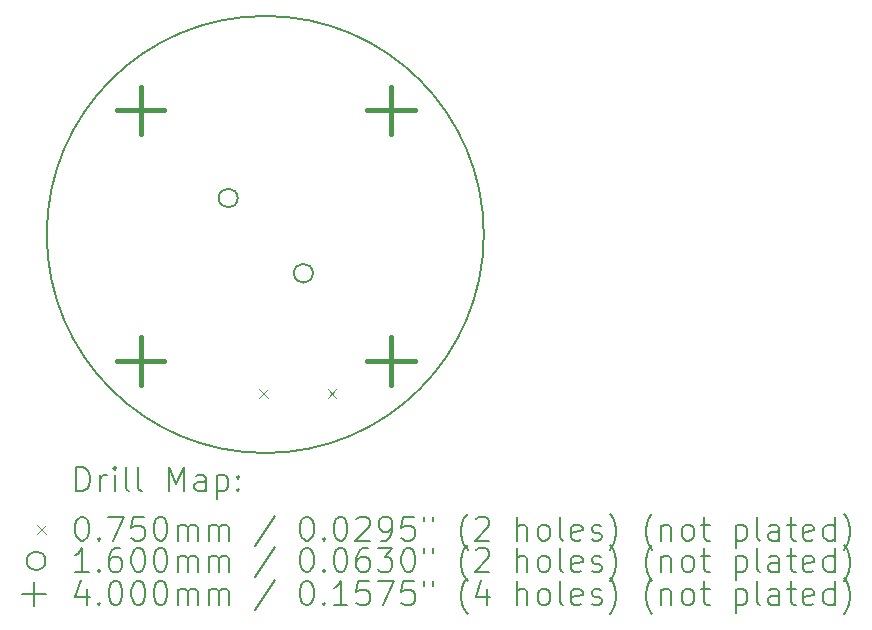
<source format=gbr>
%TF.GenerationSoftware,KiCad,Pcbnew,8.0.0*%
%TF.CreationDate,2024-03-22T20:52:55+01:00*%
%TF.ProjectId,rotatror,726f7461-7472-46f7-922e-6b696361645f,rev?*%
%TF.SameCoordinates,Original*%
%TF.FileFunction,Drillmap*%
%TF.FilePolarity,Positive*%
%FSLAX45Y45*%
G04 Gerber Fmt 4.5, Leading zero omitted, Abs format (unit mm)*
G04 Created by KiCad (PCBNEW 8.0.0) date 2024-03-22 20:52:55*
%MOMM*%
%LPD*%
G01*
G04 APERTURE LIST*
%ADD10C,0.200000*%
%ADD11C,0.100000*%
%ADD12C,0.160000*%
%ADD13C,0.400000*%
G04 APERTURE END LIST*
D10*
X13250000Y-7970000D02*
G75*
G02*
X9550000Y-7970000I-1850000J0D01*
G01*
X9550000Y-7970000D02*
G75*
G02*
X13250000Y-7970000I1850000J0D01*
G01*
D11*
X11347500Y-9277050D02*
X11422500Y-9352050D01*
X11422500Y-9277050D02*
X11347500Y-9352050D01*
X11927500Y-9277050D02*
X12002500Y-9352050D01*
X12002500Y-9277050D02*
X11927500Y-9352050D01*
D12*
X11166583Y-7661583D02*
G75*
G02*
X11006583Y-7661583I-80000J0D01*
G01*
X11006583Y-7661583D02*
G75*
G02*
X11166583Y-7661583I80000J0D01*
G01*
X11802979Y-8297979D02*
G75*
G02*
X11642979Y-8297979I-80000J0D01*
G01*
X11642979Y-8297979D02*
G75*
G02*
X11802979Y-8297979I80000J0D01*
G01*
D13*
X10344121Y-6719121D02*
X10344121Y-7119121D01*
X10144121Y-6919121D02*
X10544121Y-6919121D01*
X10344121Y-8840441D02*
X10344121Y-9240441D01*
X10144121Y-9040441D02*
X10544121Y-9040441D01*
X12465441Y-6719121D02*
X12465441Y-7119121D01*
X12265441Y-6919121D02*
X12665441Y-6919121D01*
X12465441Y-8840441D02*
X12465441Y-9240441D01*
X12265441Y-9040441D02*
X12665441Y-9040441D01*
D10*
X9800777Y-10141484D02*
X9800777Y-9941484D01*
X9800777Y-9941484D02*
X9848396Y-9941484D01*
X9848396Y-9941484D02*
X9876967Y-9951008D01*
X9876967Y-9951008D02*
X9896015Y-9970055D01*
X9896015Y-9970055D02*
X9905539Y-9989103D01*
X9905539Y-9989103D02*
X9915063Y-10027198D01*
X9915063Y-10027198D02*
X9915063Y-10055770D01*
X9915063Y-10055770D02*
X9905539Y-10093865D01*
X9905539Y-10093865D02*
X9896015Y-10112912D01*
X9896015Y-10112912D02*
X9876967Y-10131960D01*
X9876967Y-10131960D02*
X9848396Y-10141484D01*
X9848396Y-10141484D02*
X9800777Y-10141484D01*
X10000777Y-10141484D02*
X10000777Y-10008150D01*
X10000777Y-10046246D02*
X10010301Y-10027198D01*
X10010301Y-10027198D02*
X10019824Y-10017674D01*
X10019824Y-10017674D02*
X10038872Y-10008150D01*
X10038872Y-10008150D02*
X10057920Y-10008150D01*
X10124586Y-10141484D02*
X10124586Y-10008150D01*
X10124586Y-9941484D02*
X10115063Y-9951008D01*
X10115063Y-9951008D02*
X10124586Y-9960531D01*
X10124586Y-9960531D02*
X10134110Y-9951008D01*
X10134110Y-9951008D02*
X10124586Y-9941484D01*
X10124586Y-9941484D02*
X10124586Y-9960531D01*
X10248396Y-10141484D02*
X10229348Y-10131960D01*
X10229348Y-10131960D02*
X10219824Y-10112912D01*
X10219824Y-10112912D02*
X10219824Y-9941484D01*
X10353158Y-10141484D02*
X10334110Y-10131960D01*
X10334110Y-10131960D02*
X10324586Y-10112912D01*
X10324586Y-10112912D02*
X10324586Y-9941484D01*
X10581729Y-10141484D02*
X10581729Y-9941484D01*
X10581729Y-9941484D02*
X10648396Y-10084341D01*
X10648396Y-10084341D02*
X10715063Y-9941484D01*
X10715063Y-9941484D02*
X10715063Y-10141484D01*
X10896015Y-10141484D02*
X10896015Y-10036722D01*
X10896015Y-10036722D02*
X10886491Y-10017674D01*
X10886491Y-10017674D02*
X10867444Y-10008150D01*
X10867444Y-10008150D02*
X10829348Y-10008150D01*
X10829348Y-10008150D02*
X10810301Y-10017674D01*
X10896015Y-10131960D02*
X10876967Y-10141484D01*
X10876967Y-10141484D02*
X10829348Y-10141484D01*
X10829348Y-10141484D02*
X10810301Y-10131960D01*
X10810301Y-10131960D02*
X10800777Y-10112912D01*
X10800777Y-10112912D02*
X10800777Y-10093865D01*
X10800777Y-10093865D02*
X10810301Y-10074817D01*
X10810301Y-10074817D02*
X10829348Y-10065293D01*
X10829348Y-10065293D02*
X10876967Y-10065293D01*
X10876967Y-10065293D02*
X10896015Y-10055770D01*
X10991253Y-10008150D02*
X10991253Y-10208150D01*
X10991253Y-10017674D02*
X11010301Y-10008150D01*
X11010301Y-10008150D02*
X11048396Y-10008150D01*
X11048396Y-10008150D02*
X11067444Y-10017674D01*
X11067444Y-10017674D02*
X11076967Y-10027198D01*
X11076967Y-10027198D02*
X11086491Y-10046246D01*
X11086491Y-10046246D02*
X11086491Y-10103389D01*
X11086491Y-10103389D02*
X11076967Y-10122436D01*
X11076967Y-10122436D02*
X11067444Y-10131960D01*
X11067444Y-10131960D02*
X11048396Y-10141484D01*
X11048396Y-10141484D02*
X11010301Y-10141484D01*
X11010301Y-10141484D02*
X10991253Y-10131960D01*
X11172205Y-10122436D02*
X11181729Y-10131960D01*
X11181729Y-10131960D02*
X11172205Y-10141484D01*
X11172205Y-10141484D02*
X11162682Y-10131960D01*
X11162682Y-10131960D02*
X11172205Y-10122436D01*
X11172205Y-10122436D02*
X11172205Y-10141484D01*
X11172205Y-10017674D02*
X11181729Y-10027198D01*
X11181729Y-10027198D02*
X11172205Y-10036722D01*
X11172205Y-10036722D02*
X11162682Y-10027198D01*
X11162682Y-10027198D02*
X11172205Y-10017674D01*
X11172205Y-10017674D02*
X11172205Y-10036722D01*
D11*
X9465000Y-10432500D02*
X9540000Y-10507500D01*
X9540000Y-10432500D02*
X9465000Y-10507500D01*
D10*
X9838872Y-10361484D02*
X9857920Y-10361484D01*
X9857920Y-10361484D02*
X9876967Y-10371008D01*
X9876967Y-10371008D02*
X9886491Y-10380531D01*
X9886491Y-10380531D02*
X9896015Y-10399579D01*
X9896015Y-10399579D02*
X9905539Y-10437674D01*
X9905539Y-10437674D02*
X9905539Y-10485293D01*
X9905539Y-10485293D02*
X9896015Y-10523389D01*
X9896015Y-10523389D02*
X9886491Y-10542436D01*
X9886491Y-10542436D02*
X9876967Y-10551960D01*
X9876967Y-10551960D02*
X9857920Y-10561484D01*
X9857920Y-10561484D02*
X9838872Y-10561484D01*
X9838872Y-10561484D02*
X9819824Y-10551960D01*
X9819824Y-10551960D02*
X9810301Y-10542436D01*
X9810301Y-10542436D02*
X9800777Y-10523389D01*
X9800777Y-10523389D02*
X9791253Y-10485293D01*
X9791253Y-10485293D02*
X9791253Y-10437674D01*
X9791253Y-10437674D02*
X9800777Y-10399579D01*
X9800777Y-10399579D02*
X9810301Y-10380531D01*
X9810301Y-10380531D02*
X9819824Y-10371008D01*
X9819824Y-10371008D02*
X9838872Y-10361484D01*
X9991253Y-10542436D02*
X10000777Y-10551960D01*
X10000777Y-10551960D02*
X9991253Y-10561484D01*
X9991253Y-10561484D02*
X9981729Y-10551960D01*
X9981729Y-10551960D02*
X9991253Y-10542436D01*
X9991253Y-10542436D02*
X9991253Y-10561484D01*
X10067444Y-10361484D02*
X10200777Y-10361484D01*
X10200777Y-10361484D02*
X10115063Y-10561484D01*
X10372205Y-10361484D02*
X10276967Y-10361484D01*
X10276967Y-10361484D02*
X10267444Y-10456722D01*
X10267444Y-10456722D02*
X10276967Y-10447198D01*
X10276967Y-10447198D02*
X10296015Y-10437674D01*
X10296015Y-10437674D02*
X10343634Y-10437674D01*
X10343634Y-10437674D02*
X10362682Y-10447198D01*
X10362682Y-10447198D02*
X10372205Y-10456722D01*
X10372205Y-10456722D02*
X10381729Y-10475770D01*
X10381729Y-10475770D02*
X10381729Y-10523389D01*
X10381729Y-10523389D02*
X10372205Y-10542436D01*
X10372205Y-10542436D02*
X10362682Y-10551960D01*
X10362682Y-10551960D02*
X10343634Y-10561484D01*
X10343634Y-10561484D02*
X10296015Y-10561484D01*
X10296015Y-10561484D02*
X10276967Y-10551960D01*
X10276967Y-10551960D02*
X10267444Y-10542436D01*
X10505539Y-10361484D02*
X10524586Y-10361484D01*
X10524586Y-10361484D02*
X10543634Y-10371008D01*
X10543634Y-10371008D02*
X10553158Y-10380531D01*
X10553158Y-10380531D02*
X10562682Y-10399579D01*
X10562682Y-10399579D02*
X10572205Y-10437674D01*
X10572205Y-10437674D02*
X10572205Y-10485293D01*
X10572205Y-10485293D02*
X10562682Y-10523389D01*
X10562682Y-10523389D02*
X10553158Y-10542436D01*
X10553158Y-10542436D02*
X10543634Y-10551960D01*
X10543634Y-10551960D02*
X10524586Y-10561484D01*
X10524586Y-10561484D02*
X10505539Y-10561484D01*
X10505539Y-10561484D02*
X10486491Y-10551960D01*
X10486491Y-10551960D02*
X10476967Y-10542436D01*
X10476967Y-10542436D02*
X10467444Y-10523389D01*
X10467444Y-10523389D02*
X10457920Y-10485293D01*
X10457920Y-10485293D02*
X10457920Y-10437674D01*
X10457920Y-10437674D02*
X10467444Y-10399579D01*
X10467444Y-10399579D02*
X10476967Y-10380531D01*
X10476967Y-10380531D02*
X10486491Y-10371008D01*
X10486491Y-10371008D02*
X10505539Y-10361484D01*
X10657920Y-10561484D02*
X10657920Y-10428150D01*
X10657920Y-10447198D02*
X10667444Y-10437674D01*
X10667444Y-10437674D02*
X10686491Y-10428150D01*
X10686491Y-10428150D02*
X10715063Y-10428150D01*
X10715063Y-10428150D02*
X10734110Y-10437674D01*
X10734110Y-10437674D02*
X10743634Y-10456722D01*
X10743634Y-10456722D02*
X10743634Y-10561484D01*
X10743634Y-10456722D02*
X10753158Y-10437674D01*
X10753158Y-10437674D02*
X10772205Y-10428150D01*
X10772205Y-10428150D02*
X10800777Y-10428150D01*
X10800777Y-10428150D02*
X10819825Y-10437674D01*
X10819825Y-10437674D02*
X10829348Y-10456722D01*
X10829348Y-10456722D02*
X10829348Y-10561484D01*
X10924586Y-10561484D02*
X10924586Y-10428150D01*
X10924586Y-10447198D02*
X10934110Y-10437674D01*
X10934110Y-10437674D02*
X10953158Y-10428150D01*
X10953158Y-10428150D02*
X10981729Y-10428150D01*
X10981729Y-10428150D02*
X11000777Y-10437674D01*
X11000777Y-10437674D02*
X11010301Y-10456722D01*
X11010301Y-10456722D02*
X11010301Y-10561484D01*
X11010301Y-10456722D02*
X11019825Y-10437674D01*
X11019825Y-10437674D02*
X11038872Y-10428150D01*
X11038872Y-10428150D02*
X11067444Y-10428150D01*
X11067444Y-10428150D02*
X11086491Y-10437674D01*
X11086491Y-10437674D02*
X11096015Y-10456722D01*
X11096015Y-10456722D02*
X11096015Y-10561484D01*
X11486491Y-10351960D02*
X11315063Y-10609103D01*
X11743634Y-10361484D02*
X11762682Y-10361484D01*
X11762682Y-10361484D02*
X11781729Y-10371008D01*
X11781729Y-10371008D02*
X11791253Y-10380531D01*
X11791253Y-10380531D02*
X11800777Y-10399579D01*
X11800777Y-10399579D02*
X11810301Y-10437674D01*
X11810301Y-10437674D02*
X11810301Y-10485293D01*
X11810301Y-10485293D02*
X11800777Y-10523389D01*
X11800777Y-10523389D02*
X11791253Y-10542436D01*
X11791253Y-10542436D02*
X11781729Y-10551960D01*
X11781729Y-10551960D02*
X11762682Y-10561484D01*
X11762682Y-10561484D02*
X11743634Y-10561484D01*
X11743634Y-10561484D02*
X11724586Y-10551960D01*
X11724586Y-10551960D02*
X11715063Y-10542436D01*
X11715063Y-10542436D02*
X11705539Y-10523389D01*
X11705539Y-10523389D02*
X11696015Y-10485293D01*
X11696015Y-10485293D02*
X11696015Y-10437674D01*
X11696015Y-10437674D02*
X11705539Y-10399579D01*
X11705539Y-10399579D02*
X11715063Y-10380531D01*
X11715063Y-10380531D02*
X11724586Y-10371008D01*
X11724586Y-10371008D02*
X11743634Y-10361484D01*
X11896015Y-10542436D02*
X11905539Y-10551960D01*
X11905539Y-10551960D02*
X11896015Y-10561484D01*
X11896015Y-10561484D02*
X11886491Y-10551960D01*
X11886491Y-10551960D02*
X11896015Y-10542436D01*
X11896015Y-10542436D02*
X11896015Y-10561484D01*
X12029348Y-10361484D02*
X12048396Y-10361484D01*
X12048396Y-10361484D02*
X12067444Y-10371008D01*
X12067444Y-10371008D02*
X12076967Y-10380531D01*
X12076967Y-10380531D02*
X12086491Y-10399579D01*
X12086491Y-10399579D02*
X12096015Y-10437674D01*
X12096015Y-10437674D02*
X12096015Y-10485293D01*
X12096015Y-10485293D02*
X12086491Y-10523389D01*
X12086491Y-10523389D02*
X12076967Y-10542436D01*
X12076967Y-10542436D02*
X12067444Y-10551960D01*
X12067444Y-10551960D02*
X12048396Y-10561484D01*
X12048396Y-10561484D02*
X12029348Y-10561484D01*
X12029348Y-10561484D02*
X12010301Y-10551960D01*
X12010301Y-10551960D02*
X12000777Y-10542436D01*
X12000777Y-10542436D02*
X11991253Y-10523389D01*
X11991253Y-10523389D02*
X11981729Y-10485293D01*
X11981729Y-10485293D02*
X11981729Y-10437674D01*
X11981729Y-10437674D02*
X11991253Y-10399579D01*
X11991253Y-10399579D02*
X12000777Y-10380531D01*
X12000777Y-10380531D02*
X12010301Y-10371008D01*
X12010301Y-10371008D02*
X12029348Y-10361484D01*
X12172206Y-10380531D02*
X12181729Y-10371008D01*
X12181729Y-10371008D02*
X12200777Y-10361484D01*
X12200777Y-10361484D02*
X12248396Y-10361484D01*
X12248396Y-10361484D02*
X12267444Y-10371008D01*
X12267444Y-10371008D02*
X12276967Y-10380531D01*
X12276967Y-10380531D02*
X12286491Y-10399579D01*
X12286491Y-10399579D02*
X12286491Y-10418627D01*
X12286491Y-10418627D02*
X12276967Y-10447198D01*
X12276967Y-10447198D02*
X12162682Y-10561484D01*
X12162682Y-10561484D02*
X12286491Y-10561484D01*
X12381729Y-10561484D02*
X12419825Y-10561484D01*
X12419825Y-10561484D02*
X12438872Y-10551960D01*
X12438872Y-10551960D02*
X12448396Y-10542436D01*
X12448396Y-10542436D02*
X12467444Y-10513865D01*
X12467444Y-10513865D02*
X12476967Y-10475770D01*
X12476967Y-10475770D02*
X12476967Y-10399579D01*
X12476967Y-10399579D02*
X12467444Y-10380531D01*
X12467444Y-10380531D02*
X12457920Y-10371008D01*
X12457920Y-10371008D02*
X12438872Y-10361484D01*
X12438872Y-10361484D02*
X12400777Y-10361484D01*
X12400777Y-10361484D02*
X12381729Y-10371008D01*
X12381729Y-10371008D02*
X12372206Y-10380531D01*
X12372206Y-10380531D02*
X12362682Y-10399579D01*
X12362682Y-10399579D02*
X12362682Y-10447198D01*
X12362682Y-10447198D02*
X12372206Y-10466246D01*
X12372206Y-10466246D02*
X12381729Y-10475770D01*
X12381729Y-10475770D02*
X12400777Y-10485293D01*
X12400777Y-10485293D02*
X12438872Y-10485293D01*
X12438872Y-10485293D02*
X12457920Y-10475770D01*
X12457920Y-10475770D02*
X12467444Y-10466246D01*
X12467444Y-10466246D02*
X12476967Y-10447198D01*
X12657920Y-10361484D02*
X12562682Y-10361484D01*
X12562682Y-10361484D02*
X12553158Y-10456722D01*
X12553158Y-10456722D02*
X12562682Y-10447198D01*
X12562682Y-10447198D02*
X12581729Y-10437674D01*
X12581729Y-10437674D02*
X12629348Y-10437674D01*
X12629348Y-10437674D02*
X12648396Y-10447198D01*
X12648396Y-10447198D02*
X12657920Y-10456722D01*
X12657920Y-10456722D02*
X12667444Y-10475770D01*
X12667444Y-10475770D02*
X12667444Y-10523389D01*
X12667444Y-10523389D02*
X12657920Y-10542436D01*
X12657920Y-10542436D02*
X12648396Y-10551960D01*
X12648396Y-10551960D02*
X12629348Y-10561484D01*
X12629348Y-10561484D02*
X12581729Y-10561484D01*
X12581729Y-10561484D02*
X12562682Y-10551960D01*
X12562682Y-10551960D02*
X12553158Y-10542436D01*
X12743634Y-10361484D02*
X12743634Y-10399579D01*
X12819825Y-10361484D02*
X12819825Y-10399579D01*
X13115063Y-10637674D02*
X13105539Y-10628150D01*
X13105539Y-10628150D02*
X13086491Y-10599579D01*
X13086491Y-10599579D02*
X13076968Y-10580531D01*
X13076968Y-10580531D02*
X13067444Y-10551960D01*
X13067444Y-10551960D02*
X13057920Y-10504341D01*
X13057920Y-10504341D02*
X13057920Y-10466246D01*
X13057920Y-10466246D02*
X13067444Y-10418627D01*
X13067444Y-10418627D02*
X13076968Y-10390055D01*
X13076968Y-10390055D02*
X13086491Y-10371008D01*
X13086491Y-10371008D02*
X13105539Y-10342436D01*
X13105539Y-10342436D02*
X13115063Y-10332912D01*
X13181729Y-10380531D02*
X13191253Y-10371008D01*
X13191253Y-10371008D02*
X13210301Y-10361484D01*
X13210301Y-10361484D02*
X13257920Y-10361484D01*
X13257920Y-10361484D02*
X13276968Y-10371008D01*
X13276968Y-10371008D02*
X13286491Y-10380531D01*
X13286491Y-10380531D02*
X13296015Y-10399579D01*
X13296015Y-10399579D02*
X13296015Y-10418627D01*
X13296015Y-10418627D02*
X13286491Y-10447198D01*
X13286491Y-10447198D02*
X13172206Y-10561484D01*
X13172206Y-10561484D02*
X13296015Y-10561484D01*
X13534110Y-10561484D02*
X13534110Y-10361484D01*
X13619825Y-10561484D02*
X13619825Y-10456722D01*
X13619825Y-10456722D02*
X13610301Y-10437674D01*
X13610301Y-10437674D02*
X13591253Y-10428150D01*
X13591253Y-10428150D02*
X13562682Y-10428150D01*
X13562682Y-10428150D02*
X13543634Y-10437674D01*
X13543634Y-10437674D02*
X13534110Y-10447198D01*
X13743634Y-10561484D02*
X13724587Y-10551960D01*
X13724587Y-10551960D02*
X13715063Y-10542436D01*
X13715063Y-10542436D02*
X13705539Y-10523389D01*
X13705539Y-10523389D02*
X13705539Y-10466246D01*
X13705539Y-10466246D02*
X13715063Y-10447198D01*
X13715063Y-10447198D02*
X13724587Y-10437674D01*
X13724587Y-10437674D02*
X13743634Y-10428150D01*
X13743634Y-10428150D02*
X13772206Y-10428150D01*
X13772206Y-10428150D02*
X13791253Y-10437674D01*
X13791253Y-10437674D02*
X13800777Y-10447198D01*
X13800777Y-10447198D02*
X13810301Y-10466246D01*
X13810301Y-10466246D02*
X13810301Y-10523389D01*
X13810301Y-10523389D02*
X13800777Y-10542436D01*
X13800777Y-10542436D02*
X13791253Y-10551960D01*
X13791253Y-10551960D02*
X13772206Y-10561484D01*
X13772206Y-10561484D02*
X13743634Y-10561484D01*
X13924587Y-10561484D02*
X13905539Y-10551960D01*
X13905539Y-10551960D02*
X13896015Y-10532912D01*
X13896015Y-10532912D02*
X13896015Y-10361484D01*
X14076968Y-10551960D02*
X14057920Y-10561484D01*
X14057920Y-10561484D02*
X14019825Y-10561484D01*
X14019825Y-10561484D02*
X14000777Y-10551960D01*
X14000777Y-10551960D02*
X13991253Y-10532912D01*
X13991253Y-10532912D02*
X13991253Y-10456722D01*
X13991253Y-10456722D02*
X14000777Y-10437674D01*
X14000777Y-10437674D02*
X14019825Y-10428150D01*
X14019825Y-10428150D02*
X14057920Y-10428150D01*
X14057920Y-10428150D02*
X14076968Y-10437674D01*
X14076968Y-10437674D02*
X14086491Y-10456722D01*
X14086491Y-10456722D02*
X14086491Y-10475770D01*
X14086491Y-10475770D02*
X13991253Y-10494817D01*
X14162682Y-10551960D02*
X14181730Y-10561484D01*
X14181730Y-10561484D02*
X14219825Y-10561484D01*
X14219825Y-10561484D02*
X14238872Y-10551960D01*
X14238872Y-10551960D02*
X14248396Y-10532912D01*
X14248396Y-10532912D02*
X14248396Y-10523389D01*
X14248396Y-10523389D02*
X14238872Y-10504341D01*
X14238872Y-10504341D02*
X14219825Y-10494817D01*
X14219825Y-10494817D02*
X14191253Y-10494817D01*
X14191253Y-10494817D02*
X14172206Y-10485293D01*
X14172206Y-10485293D02*
X14162682Y-10466246D01*
X14162682Y-10466246D02*
X14162682Y-10456722D01*
X14162682Y-10456722D02*
X14172206Y-10437674D01*
X14172206Y-10437674D02*
X14191253Y-10428150D01*
X14191253Y-10428150D02*
X14219825Y-10428150D01*
X14219825Y-10428150D02*
X14238872Y-10437674D01*
X14315063Y-10637674D02*
X14324587Y-10628150D01*
X14324587Y-10628150D02*
X14343634Y-10599579D01*
X14343634Y-10599579D02*
X14353158Y-10580531D01*
X14353158Y-10580531D02*
X14362682Y-10551960D01*
X14362682Y-10551960D02*
X14372206Y-10504341D01*
X14372206Y-10504341D02*
X14372206Y-10466246D01*
X14372206Y-10466246D02*
X14362682Y-10418627D01*
X14362682Y-10418627D02*
X14353158Y-10390055D01*
X14353158Y-10390055D02*
X14343634Y-10371008D01*
X14343634Y-10371008D02*
X14324587Y-10342436D01*
X14324587Y-10342436D02*
X14315063Y-10332912D01*
X14676968Y-10637674D02*
X14667444Y-10628150D01*
X14667444Y-10628150D02*
X14648396Y-10599579D01*
X14648396Y-10599579D02*
X14638872Y-10580531D01*
X14638872Y-10580531D02*
X14629349Y-10551960D01*
X14629349Y-10551960D02*
X14619825Y-10504341D01*
X14619825Y-10504341D02*
X14619825Y-10466246D01*
X14619825Y-10466246D02*
X14629349Y-10418627D01*
X14629349Y-10418627D02*
X14638872Y-10390055D01*
X14638872Y-10390055D02*
X14648396Y-10371008D01*
X14648396Y-10371008D02*
X14667444Y-10342436D01*
X14667444Y-10342436D02*
X14676968Y-10332912D01*
X14753158Y-10428150D02*
X14753158Y-10561484D01*
X14753158Y-10447198D02*
X14762682Y-10437674D01*
X14762682Y-10437674D02*
X14781730Y-10428150D01*
X14781730Y-10428150D02*
X14810301Y-10428150D01*
X14810301Y-10428150D02*
X14829349Y-10437674D01*
X14829349Y-10437674D02*
X14838872Y-10456722D01*
X14838872Y-10456722D02*
X14838872Y-10561484D01*
X14962682Y-10561484D02*
X14943634Y-10551960D01*
X14943634Y-10551960D02*
X14934111Y-10542436D01*
X14934111Y-10542436D02*
X14924587Y-10523389D01*
X14924587Y-10523389D02*
X14924587Y-10466246D01*
X14924587Y-10466246D02*
X14934111Y-10447198D01*
X14934111Y-10447198D02*
X14943634Y-10437674D01*
X14943634Y-10437674D02*
X14962682Y-10428150D01*
X14962682Y-10428150D02*
X14991253Y-10428150D01*
X14991253Y-10428150D02*
X15010301Y-10437674D01*
X15010301Y-10437674D02*
X15019825Y-10447198D01*
X15019825Y-10447198D02*
X15029349Y-10466246D01*
X15029349Y-10466246D02*
X15029349Y-10523389D01*
X15029349Y-10523389D02*
X15019825Y-10542436D01*
X15019825Y-10542436D02*
X15010301Y-10551960D01*
X15010301Y-10551960D02*
X14991253Y-10561484D01*
X14991253Y-10561484D02*
X14962682Y-10561484D01*
X15086492Y-10428150D02*
X15162682Y-10428150D01*
X15115063Y-10361484D02*
X15115063Y-10532912D01*
X15115063Y-10532912D02*
X15124587Y-10551960D01*
X15124587Y-10551960D02*
X15143634Y-10561484D01*
X15143634Y-10561484D02*
X15162682Y-10561484D01*
X15381730Y-10428150D02*
X15381730Y-10628150D01*
X15381730Y-10437674D02*
X15400777Y-10428150D01*
X15400777Y-10428150D02*
X15438873Y-10428150D01*
X15438873Y-10428150D02*
X15457920Y-10437674D01*
X15457920Y-10437674D02*
X15467444Y-10447198D01*
X15467444Y-10447198D02*
X15476968Y-10466246D01*
X15476968Y-10466246D02*
X15476968Y-10523389D01*
X15476968Y-10523389D02*
X15467444Y-10542436D01*
X15467444Y-10542436D02*
X15457920Y-10551960D01*
X15457920Y-10551960D02*
X15438873Y-10561484D01*
X15438873Y-10561484D02*
X15400777Y-10561484D01*
X15400777Y-10561484D02*
X15381730Y-10551960D01*
X15591253Y-10561484D02*
X15572206Y-10551960D01*
X15572206Y-10551960D02*
X15562682Y-10532912D01*
X15562682Y-10532912D02*
X15562682Y-10361484D01*
X15753158Y-10561484D02*
X15753158Y-10456722D01*
X15753158Y-10456722D02*
X15743634Y-10437674D01*
X15743634Y-10437674D02*
X15724587Y-10428150D01*
X15724587Y-10428150D02*
X15686492Y-10428150D01*
X15686492Y-10428150D02*
X15667444Y-10437674D01*
X15753158Y-10551960D02*
X15734111Y-10561484D01*
X15734111Y-10561484D02*
X15686492Y-10561484D01*
X15686492Y-10561484D02*
X15667444Y-10551960D01*
X15667444Y-10551960D02*
X15657920Y-10532912D01*
X15657920Y-10532912D02*
X15657920Y-10513865D01*
X15657920Y-10513865D02*
X15667444Y-10494817D01*
X15667444Y-10494817D02*
X15686492Y-10485293D01*
X15686492Y-10485293D02*
X15734111Y-10485293D01*
X15734111Y-10485293D02*
X15753158Y-10475770D01*
X15819825Y-10428150D02*
X15896015Y-10428150D01*
X15848396Y-10361484D02*
X15848396Y-10532912D01*
X15848396Y-10532912D02*
X15857920Y-10551960D01*
X15857920Y-10551960D02*
X15876968Y-10561484D01*
X15876968Y-10561484D02*
X15896015Y-10561484D01*
X16038873Y-10551960D02*
X16019825Y-10561484D01*
X16019825Y-10561484D02*
X15981730Y-10561484D01*
X15981730Y-10561484D02*
X15962682Y-10551960D01*
X15962682Y-10551960D02*
X15953158Y-10532912D01*
X15953158Y-10532912D02*
X15953158Y-10456722D01*
X15953158Y-10456722D02*
X15962682Y-10437674D01*
X15962682Y-10437674D02*
X15981730Y-10428150D01*
X15981730Y-10428150D02*
X16019825Y-10428150D01*
X16019825Y-10428150D02*
X16038873Y-10437674D01*
X16038873Y-10437674D02*
X16048396Y-10456722D01*
X16048396Y-10456722D02*
X16048396Y-10475770D01*
X16048396Y-10475770D02*
X15953158Y-10494817D01*
X16219825Y-10561484D02*
X16219825Y-10361484D01*
X16219825Y-10551960D02*
X16200777Y-10561484D01*
X16200777Y-10561484D02*
X16162682Y-10561484D01*
X16162682Y-10561484D02*
X16143634Y-10551960D01*
X16143634Y-10551960D02*
X16134111Y-10542436D01*
X16134111Y-10542436D02*
X16124587Y-10523389D01*
X16124587Y-10523389D02*
X16124587Y-10466246D01*
X16124587Y-10466246D02*
X16134111Y-10447198D01*
X16134111Y-10447198D02*
X16143634Y-10437674D01*
X16143634Y-10437674D02*
X16162682Y-10428150D01*
X16162682Y-10428150D02*
X16200777Y-10428150D01*
X16200777Y-10428150D02*
X16219825Y-10437674D01*
X16296015Y-10637674D02*
X16305539Y-10628150D01*
X16305539Y-10628150D02*
X16324587Y-10599579D01*
X16324587Y-10599579D02*
X16334111Y-10580531D01*
X16334111Y-10580531D02*
X16343634Y-10551960D01*
X16343634Y-10551960D02*
X16353158Y-10504341D01*
X16353158Y-10504341D02*
X16353158Y-10466246D01*
X16353158Y-10466246D02*
X16343634Y-10418627D01*
X16343634Y-10418627D02*
X16334111Y-10390055D01*
X16334111Y-10390055D02*
X16324587Y-10371008D01*
X16324587Y-10371008D02*
X16305539Y-10342436D01*
X16305539Y-10342436D02*
X16296015Y-10332912D01*
D12*
X9540000Y-10734000D02*
G75*
G02*
X9380000Y-10734000I-80000J0D01*
G01*
X9380000Y-10734000D02*
G75*
G02*
X9540000Y-10734000I80000J0D01*
G01*
D10*
X9905539Y-10825484D02*
X9791253Y-10825484D01*
X9848396Y-10825484D02*
X9848396Y-10625484D01*
X9848396Y-10625484D02*
X9829348Y-10654055D01*
X9829348Y-10654055D02*
X9810301Y-10673103D01*
X9810301Y-10673103D02*
X9791253Y-10682627D01*
X9991253Y-10806436D02*
X10000777Y-10815960D01*
X10000777Y-10815960D02*
X9991253Y-10825484D01*
X9991253Y-10825484D02*
X9981729Y-10815960D01*
X9981729Y-10815960D02*
X9991253Y-10806436D01*
X9991253Y-10806436D02*
X9991253Y-10825484D01*
X10172205Y-10625484D02*
X10134110Y-10625484D01*
X10134110Y-10625484D02*
X10115063Y-10635008D01*
X10115063Y-10635008D02*
X10105539Y-10644531D01*
X10105539Y-10644531D02*
X10086491Y-10673103D01*
X10086491Y-10673103D02*
X10076967Y-10711198D01*
X10076967Y-10711198D02*
X10076967Y-10787389D01*
X10076967Y-10787389D02*
X10086491Y-10806436D01*
X10086491Y-10806436D02*
X10096015Y-10815960D01*
X10096015Y-10815960D02*
X10115063Y-10825484D01*
X10115063Y-10825484D02*
X10153158Y-10825484D01*
X10153158Y-10825484D02*
X10172205Y-10815960D01*
X10172205Y-10815960D02*
X10181729Y-10806436D01*
X10181729Y-10806436D02*
X10191253Y-10787389D01*
X10191253Y-10787389D02*
X10191253Y-10739770D01*
X10191253Y-10739770D02*
X10181729Y-10720722D01*
X10181729Y-10720722D02*
X10172205Y-10711198D01*
X10172205Y-10711198D02*
X10153158Y-10701674D01*
X10153158Y-10701674D02*
X10115063Y-10701674D01*
X10115063Y-10701674D02*
X10096015Y-10711198D01*
X10096015Y-10711198D02*
X10086491Y-10720722D01*
X10086491Y-10720722D02*
X10076967Y-10739770D01*
X10315063Y-10625484D02*
X10334110Y-10625484D01*
X10334110Y-10625484D02*
X10353158Y-10635008D01*
X10353158Y-10635008D02*
X10362682Y-10644531D01*
X10362682Y-10644531D02*
X10372205Y-10663579D01*
X10372205Y-10663579D02*
X10381729Y-10701674D01*
X10381729Y-10701674D02*
X10381729Y-10749293D01*
X10381729Y-10749293D02*
X10372205Y-10787389D01*
X10372205Y-10787389D02*
X10362682Y-10806436D01*
X10362682Y-10806436D02*
X10353158Y-10815960D01*
X10353158Y-10815960D02*
X10334110Y-10825484D01*
X10334110Y-10825484D02*
X10315063Y-10825484D01*
X10315063Y-10825484D02*
X10296015Y-10815960D01*
X10296015Y-10815960D02*
X10286491Y-10806436D01*
X10286491Y-10806436D02*
X10276967Y-10787389D01*
X10276967Y-10787389D02*
X10267444Y-10749293D01*
X10267444Y-10749293D02*
X10267444Y-10701674D01*
X10267444Y-10701674D02*
X10276967Y-10663579D01*
X10276967Y-10663579D02*
X10286491Y-10644531D01*
X10286491Y-10644531D02*
X10296015Y-10635008D01*
X10296015Y-10635008D02*
X10315063Y-10625484D01*
X10505539Y-10625484D02*
X10524586Y-10625484D01*
X10524586Y-10625484D02*
X10543634Y-10635008D01*
X10543634Y-10635008D02*
X10553158Y-10644531D01*
X10553158Y-10644531D02*
X10562682Y-10663579D01*
X10562682Y-10663579D02*
X10572205Y-10701674D01*
X10572205Y-10701674D02*
X10572205Y-10749293D01*
X10572205Y-10749293D02*
X10562682Y-10787389D01*
X10562682Y-10787389D02*
X10553158Y-10806436D01*
X10553158Y-10806436D02*
X10543634Y-10815960D01*
X10543634Y-10815960D02*
X10524586Y-10825484D01*
X10524586Y-10825484D02*
X10505539Y-10825484D01*
X10505539Y-10825484D02*
X10486491Y-10815960D01*
X10486491Y-10815960D02*
X10476967Y-10806436D01*
X10476967Y-10806436D02*
X10467444Y-10787389D01*
X10467444Y-10787389D02*
X10457920Y-10749293D01*
X10457920Y-10749293D02*
X10457920Y-10701674D01*
X10457920Y-10701674D02*
X10467444Y-10663579D01*
X10467444Y-10663579D02*
X10476967Y-10644531D01*
X10476967Y-10644531D02*
X10486491Y-10635008D01*
X10486491Y-10635008D02*
X10505539Y-10625484D01*
X10657920Y-10825484D02*
X10657920Y-10692150D01*
X10657920Y-10711198D02*
X10667444Y-10701674D01*
X10667444Y-10701674D02*
X10686491Y-10692150D01*
X10686491Y-10692150D02*
X10715063Y-10692150D01*
X10715063Y-10692150D02*
X10734110Y-10701674D01*
X10734110Y-10701674D02*
X10743634Y-10720722D01*
X10743634Y-10720722D02*
X10743634Y-10825484D01*
X10743634Y-10720722D02*
X10753158Y-10701674D01*
X10753158Y-10701674D02*
X10772205Y-10692150D01*
X10772205Y-10692150D02*
X10800777Y-10692150D01*
X10800777Y-10692150D02*
X10819825Y-10701674D01*
X10819825Y-10701674D02*
X10829348Y-10720722D01*
X10829348Y-10720722D02*
X10829348Y-10825484D01*
X10924586Y-10825484D02*
X10924586Y-10692150D01*
X10924586Y-10711198D02*
X10934110Y-10701674D01*
X10934110Y-10701674D02*
X10953158Y-10692150D01*
X10953158Y-10692150D02*
X10981729Y-10692150D01*
X10981729Y-10692150D02*
X11000777Y-10701674D01*
X11000777Y-10701674D02*
X11010301Y-10720722D01*
X11010301Y-10720722D02*
X11010301Y-10825484D01*
X11010301Y-10720722D02*
X11019825Y-10701674D01*
X11019825Y-10701674D02*
X11038872Y-10692150D01*
X11038872Y-10692150D02*
X11067444Y-10692150D01*
X11067444Y-10692150D02*
X11086491Y-10701674D01*
X11086491Y-10701674D02*
X11096015Y-10720722D01*
X11096015Y-10720722D02*
X11096015Y-10825484D01*
X11486491Y-10615960D02*
X11315063Y-10873103D01*
X11743634Y-10625484D02*
X11762682Y-10625484D01*
X11762682Y-10625484D02*
X11781729Y-10635008D01*
X11781729Y-10635008D02*
X11791253Y-10644531D01*
X11791253Y-10644531D02*
X11800777Y-10663579D01*
X11800777Y-10663579D02*
X11810301Y-10701674D01*
X11810301Y-10701674D02*
X11810301Y-10749293D01*
X11810301Y-10749293D02*
X11800777Y-10787389D01*
X11800777Y-10787389D02*
X11791253Y-10806436D01*
X11791253Y-10806436D02*
X11781729Y-10815960D01*
X11781729Y-10815960D02*
X11762682Y-10825484D01*
X11762682Y-10825484D02*
X11743634Y-10825484D01*
X11743634Y-10825484D02*
X11724586Y-10815960D01*
X11724586Y-10815960D02*
X11715063Y-10806436D01*
X11715063Y-10806436D02*
X11705539Y-10787389D01*
X11705539Y-10787389D02*
X11696015Y-10749293D01*
X11696015Y-10749293D02*
X11696015Y-10701674D01*
X11696015Y-10701674D02*
X11705539Y-10663579D01*
X11705539Y-10663579D02*
X11715063Y-10644531D01*
X11715063Y-10644531D02*
X11724586Y-10635008D01*
X11724586Y-10635008D02*
X11743634Y-10625484D01*
X11896015Y-10806436D02*
X11905539Y-10815960D01*
X11905539Y-10815960D02*
X11896015Y-10825484D01*
X11896015Y-10825484D02*
X11886491Y-10815960D01*
X11886491Y-10815960D02*
X11896015Y-10806436D01*
X11896015Y-10806436D02*
X11896015Y-10825484D01*
X12029348Y-10625484D02*
X12048396Y-10625484D01*
X12048396Y-10625484D02*
X12067444Y-10635008D01*
X12067444Y-10635008D02*
X12076967Y-10644531D01*
X12076967Y-10644531D02*
X12086491Y-10663579D01*
X12086491Y-10663579D02*
X12096015Y-10701674D01*
X12096015Y-10701674D02*
X12096015Y-10749293D01*
X12096015Y-10749293D02*
X12086491Y-10787389D01*
X12086491Y-10787389D02*
X12076967Y-10806436D01*
X12076967Y-10806436D02*
X12067444Y-10815960D01*
X12067444Y-10815960D02*
X12048396Y-10825484D01*
X12048396Y-10825484D02*
X12029348Y-10825484D01*
X12029348Y-10825484D02*
X12010301Y-10815960D01*
X12010301Y-10815960D02*
X12000777Y-10806436D01*
X12000777Y-10806436D02*
X11991253Y-10787389D01*
X11991253Y-10787389D02*
X11981729Y-10749293D01*
X11981729Y-10749293D02*
X11981729Y-10701674D01*
X11981729Y-10701674D02*
X11991253Y-10663579D01*
X11991253Y-10663579D02*
X12000777Y-10644531D01*
X12000777Y-10644531D02*
X12010301Y-10635008D01*
X12010301Y-10635008D02*
X12029348Y-10625484D01*
X12267444Y-10625484D02*
X12229348Y-10625484D01*
X12229348Y-10625484D02*
X12210301Y-10635008D01*
X12210301Y-10635008D02*
X12200777Y-10644531D01*
X12200777Y-10644531D02*
X12181729Y-10673103D01*
X12181729Y-10673103D02*
X12172206Y-10711198D01*
X12172206Y-10711198D02*
X12172206Y-10787389D01*
X12172206Y-10787389D02*
X12181729Y-10806436D01*
X12181729Y-10806436D02*
X12191253Y-10815960D01*
X12191253Y-10815960D02*
X12210301Y-10825484D01*
X12210301Y-10825484D02*
X12248396Y-10825484D01*
X12248396Y-10825484D02*
X12267444Y-10815960D01*
X12267444Y-10815960D02*
X12276967Y-10806436D01*
X12276967Y-10806436D02*
X12286491Y-10787389D01*
X12286491Y-10787389D02*
X12286491Y-10739770D01*
X12286491Y-10739770D02*
X12276967Y-10720722D01*
X12276967Y-10720722D02*
X12267444Y-10711198D01*
X12267444Y-10711198D02*
X12248396Y-10701674D01*
X12248396Y-10701674D02*
X12210301Y-10701674D01*
X12210301Y-10701674D02*
X12191253Y-10711198D01*
X12191253Y-10711198D02*
X12181729Y-10720722D01*
X12181729Y-10720722D02*
X12172206Y-10739770D01*
X12353158Y-10625484D02*
X12476967Y-10625484D01*
X12476967Y-10625484D02*
X12410301Y-10701674D01*
X12410301Y-10701674D02*
X12438872Y-10701674D01*
X12438872Y-10701674D02*
X12457920Y-10711198D01*
X12457920Y-10711198D02*
X12467444Y-10720722D01*
X12467444Y-10720722D02*
X12476967Y-10739770D01*
X12476967Y-10739770D02*
X12476967Y-10787389D01*
X12476967Y-10787389D02*
X12467444Y-10806436D01*
X12467444Y-10806436D02*
X12457920Y-10815960D01*
X12457920Y-10815960D02*
X12438872Y-10825484D01*
X12438872Y-10825484D02*
X12381729Y-10825484D01*
X12381729Y-10825484D02*
X12362682Y-10815960D01*
X12362682Y-10815960D02*
X12353158Y-10806436D01*
X12600777Y-10625484D02*
X12619825Y-10625484D01*
X12619825Y-10625484D02*
X12638872Y-10635008D01*
X12638872Y-10635008D02*
X12648396Y-10644531D01*
X12648396Y-10644531D02*
X12657920Y-10663579D01*
X12657920Y-10663579D02*
X12667444Y-10701674D01*
X12667444Y-10701674D02*
X12667444Y-10749293D01*
X12667444Y-10749293D02*
X12657920Y-10787389D01*
X12657920Y-10787389D02*
X12648396Y-10806436D01*
X12648396Y-10806436D02*
X12638872Y-10815960D01*
X12638872Y-10815960D02*
X12619825Y-10825484D01*
X12619825Y-10825484D02*
X12600777Y-10825484D01*
X12600777Y-10825484D02*
X12581729Y-10815960D01*
X12581729Y-10815960D02*
X12572206Y-10806436D01*
X12572206Y-10806436D02*
X12562682Y-10787389D01*
X12562682Y-10787389D02*
X12553158Y-10749293D01*
X12553158Y-10749293D02*
X12553158Y-10701674D01*
X12553158Y-10701674D02*
X12562682Y-10663579D01*
X12562682Y-10663579D02*
X12572206Y-10644531D01*
X12572206Y-10644531D02*
X12581729Y-10635008D01*
X12581729Y-10635008D02*
X12600777Y-10625484D01*
X12743634Y-10625484D02*
X12743634Y-10663579D01*
X12819825Y-10625484D02*
X12819825Y-10663579D01*
X13115063Y-10901674D02*
X13105539Y-10892150D01*
X13105539Y-10892150D02*
X13086491Y-10863579D01*
X13086491Y-10863579D02*
X13076968Y-10844531D01*
X13076968Y-10844531D02*
X13067444Y-10815960D01*
X13067444Y-10815960D02*
X13057920Y-10768341D01*
X13057920Y-10768341D02*
X13057920Y-10730246D01*
X13057920Y-10730246D02*
X13067444Y-10682627D01*
X13067444Y-10682627D02*
X13076968Y-10654055D01*
X13076968Y-10654055D02*
X13086491Y-10635008D01*
X13086491Y-10635008D02*
X13105539Y-10606436D01*
X13105539Y-10606436D02*
X13115063Y-10596912D01*
X13181729Y-10644531D02*
X13191253Y-10635008D01*
X13191253Y-10635008D02*
X13210301Y-10625484D01*
X13210301Y-10625484D02*
X13257920Y-10625484D01*
X13257920Y-10625484D02*
X13276968Y-10635008D01*
X13276968Y-10635008D02*
X13286491Y-10644531D01*
X13286491Y-10644531D02*
X13296015Y-10663579D01*
X13296015Y-10663579D02*
X13296015Y-10682627D01*
X13296015Y-10682627D02*
X13286491Y-10711198D01*
X13286491Y-10711198D02*
X13172206Y-10825484D01*
X13172206Y-10825484D02*
X13296015Y-10825484D01*
X13534110Y-10825484D02*
X13534110Y-10625484D01*
X13619825Y-10825484D02*
X13619825Y-10720722D01*
X13619825Y-10720722D02*
X13610301Y-10701674D01*
X13610301Y-10701674D02*
X13591253Y-10692150D01*
X13591253Y-10692150D02*
X13562682Y-10692150D01*
X13562682Y-10692150D02*
X13543634Y-10701674D01*
X13543634Y-10701674D02*
X13534110Y-10711198D01*
X13743634Y-10825484D02*
X13724587Y-10815960D01*
X13724587Y-10815960D02*
X13715063Y-10806436D01*
X13715063Y-10806436D02*
X13705539Y-10787389D01*
X13705539Y-10787389D02*
X13705539Y-10730246D01*
X13705539Y-10730246D02*
X13715063Y-10711198D01*
X13715063Y-10711198D02*
X13724587Y-10701674D01*
X13724587Y-10701674D02*
X13743634Y-10692150D01*
X13743634Y-10692150D02*
X13772206Y-10692150D01*
X13772206Y-10692150D02*
X13791253Y-10701674D01*
X13791253Y-10701674D02*
X13800777Y-10711198D01*
X13800777Y-10711198D02*
X13810301Y-10730246D01*
X13810301Y-10730246D02*
X13810301Y-10787389D01*
X13810301Y-10787389D02*
X13800777Y-10806436D01*
X13800777Y-10806436D02*
X13791253Y-10815960D01*
X13791253Y-10815960D02*
X13772206Y-10825484D01*
X13772206Y-10825484D02*
X13743634Y-10825484D01*
X13924587Y-10825484D02*
X13905539Y-10815960D01*
X13905539Y-10815960D02*
X13896015Y-10796912D01*
X13896015Y-10796912D02*
X13896015Y-10625484D01*
X14076968Y-10815960D02*
X14057920Y-10825484D01*
X14057920Y-10825484D02*
X14019825Y-10825484D01*
X14019825Y-10825484D02*
X14000777Y-10815960D01*
X14000777Y-10815960D02*
X13991253Y-10796912D01*
X13991253Y-10796912D02*
X13991253Y-10720722D01*
X13991253Y-10720722D02*
X14000777Y-10701674D01*
X14000777Y-10701674D02*
X14019825Y-10692150D01*
X14019825Y-10692150D02*
X14057920Y-10692150D01*
X14057920Y-10692150D02*
X14076968Y-10701674D01*
X14076968Y-10701674D02*
X14086491Y-10720722D01*
X14086491Y-10720722D02*
X14086491Y-10739770D01*
X14086491Y-10739770D02*
X13991253Y-10758817D01*
X14162682Y-10815960D02*
X14181730Y-10825484D01*
X14181730Y-10825484D02*
X14219825Y-10825484D01*
X14219825Y-10825484D02*
X14238872Y-10815960D01*
X14238872Y-10815960D02*
X14248396Y-10796912D01*
X14248396Y-10796912D02*
X14248396Y-10787389D01*
X14248396Y-10787389D02*
X14238872Y-10768341D01*
X14238872Y-10768341D02*
X14219825Y-10758817D01*
X14219825Y-10758817D02*
X14191253Y-10758817D01*
X14191253Y-10758817D02*
X14172206Y-10749293D01*
X14172206Y-10749293D02*
X14162682Y-10730246D01*
X14162682Y-10730246D02*
X14162682Y-10720722D01*
X14162682Y-10720722D02*
X14172206Y-10701674D01*
X14172206Y-10701674D02*
X14191253Y-10692150D01*
X14191253Y-10692150D02*
X14219825Y-10692150D01*
X14219825Y-10692150D02*
X14238872Y-10701674D01*
X14315063Y-10901674D02*
X14324587Y-10892150D01*
X14324587Y-10892150D02*
X14343634Y-10863579D01*
X14343634Y-10863579D02*
X14353158Y-10844531D01*
X14353158Y-10844531D02*
X14362682Y-10815960D01*
X14362682Y-10815960D02*
X14372206Y-10768341D01*
X14372206Y-10768341D02*
X14372206Y-10730246D01*
X14372206Y-10730246D02*
X14362682Y-10682627D01*
X14362682Y-10682627D02*
X14353158Y-10654055D01*
X14353158Y-10654055D02*
X14343634Y-10635008D01*
X14343634Y-10635008D02*
X14324587Y-10606436D01*
X14324587Y-10606436D02*
X14315063Y-10596912D01*
X14676968Y-10901674D02*
X14667444Y-10892150D01*
X14667444Y-10892150D02*
X14648396Y-10863579D01*
X14648396Y-10863579D02*
X14638872Y-10844531D01*
X14638872Y-10844531D02*
X14629349Y-10815960D01*
X14629349Y-10815960D02*
X14619825Y-10768341D01*
X14619825Y-10768341D02*
X14619825Y-10730246D01*
X14619825Y-10730246D02*
X14629349Y-10682627D01*
X14629349Y-10682627D02*
X14638872Y-10654055D01*
X14638872Y-10654055D02*
X14648396Y-10635008D01*
X14648396Y-10635008D02*
X14667444Y-10606436D01*
X14667444Y-10606436D02*
X14676968Y-10596912D01*
X14753158Y-10692150D02*
X14753158Y-10825484D01*
X14753158Y-10711198D02*
X14762682Y-10701674D01*
X14762682Y-10701674D02*
X14781730Y-10692150D01*
X14781730Y-10692150D02*
X14810301Y-10692150D01*
X14810301Y-10692150D02*
X14829349Y-10701674D01*
X14829349Y-10701674D02*
X14838872Y-10720722D01*
X14838872Y-10720722D02*
X14838872Y-10825484D01*
X14962682Y-10825484D02*
X14943634Y-10815960D01*
X14943634Y-10815960D02*
X14934111Y-10806436D01*
X14934111Y-10806436D02*
X14924587Y-10787389D01*
X14924587Y-10787389D02*
X14924587Y-10730246D01*
X14924587Y-10730246D02*
X14934111Y-10711198D01*
X14934111Y-10711198D02*
X14943634Y-10701674D01*
X14943634Y-10701674D02*
X14962682Y-10692150D01*
X14962682Y-10692150D02*
X14991253Y-10692150D01*
X14991253Y-10692150D02*
X15010301Y-10701674D01*
X15010301Y-10701674D02*
X15019825Y-10711198D01*
X15019825Y-10711198D02*
X15029349Y-10730246D01*
X15029349Y-10730246D02*
X15029349Y-10787389D01*
X15029349Y-10787389D02*
X15019825Y-10806436D01*
X15019825Y-10806436D02*
X15010301Y-10815960D01*
X15010301Y-10815960D02*
X14991253Y-10825484D01*
X14991253Y-10825484D02*
X14962682Y-10825484D01*
X15086492Y-10692150D02*
X15162682Y-10692150D01*
X15115063Y-10625484D02*
X15115063Y-10796912D01*
X15115063Y-10796912D02*
X15124587Y-10815960D01*
X15124587Y-10815960D02*
X15143634Y-10825484D01*
X15143634Y-10825484D02*
X15162682Y-10825484D01*
X15381730Y-10692150D02*
X15381730Y-10892150D01*
X15381730Y-10701674D02*
X15400777Y-10692150D01*
X15400777Y-10692150D02*
X15438873Y-10692150D01*
X15438873Y-10692150D02*
X15457920Y-10701674D01*
X15457920Y-10701674D02*
X15467444Y-10711198D01*
X15467444Y-10711198D02*
X15476968Y-10730246D01*
X15476968Y-10730246D02*
X15476968Y-10787389D01*
X15476968Y-10787389D02*
X15467444Y-10806436D01*
X15467444Y-10806436D02*
X15457920Y-10815960D01*
X15457920Y-10815960D02*
X15438873Y-10825484D01*
X15438873Y-10825484D02*
X15400777Y-10825484D01*
X15400777Y-10825484D02*
X15381730Y-10815960D01*
X15591253Y-10825484D02*
X15572206Y-10815960D01*
X15572206Y-10815960D02*
X15562682Y-10796912D01*
X15562682Y-10796912D02*
X15562682Y-10625484D01*
X15753158Y-10825484D02*
X15753158Y-10720722D01*
X15753158Y-10720722D02*
X15743634Y-10701674D01*
X15743634Y-10701674D02*
X15724587Y-10692150D01*
X15724587Y-10692150D02*
X15686492Y-10692150D01*
X15686492Y-10692150D02*
X15667444Y-10701674D01*
X15753158Y-10815960D02*
X15734111Y-10825484D01*
X15734111Y-10825484D02*
X15686492Y-10825484D01*
X15686492Y-10825484D02*
X15667444Y-10815960D01*
X15667444Y-10815960D02*
X15657920Y-10796912D01*
X15657920Y-10796912D02*
X15657920Y-10777865D01*
X15657920Y-10777865D02*
X15667444Y-10758817D01*
X15667444Y-10758817D02*
X15686492Y-10749293D01*
X15686492Y-10749293D02*
X15734111Y-10749293D01*
X15734111Y-10749293D02*
X15753158Y-10739770D01*
X15819825Y-10692150D02*
X15896015Y-10692150D01*
X15848396Y-10625484D02*
X15848396Y-10796912D01*
X15848396Y-10796912D02*
X15857920Y-10815960D01*
X15857920Y-10815960D02*
X15876968Y-10825484D01*
X15876968Y-10825484D02*
X15896015Y-10825484D01*
X16038873Y-10815960D02*
X16019825Y-10825484D01*
X16019825Y-10825484D02*
X15981730Y-10825484D01*
X15981730Y-10825484D02*
X15962682Y-10815960D01*
X15962682Y-10815960D02*
X15953158Y-10796912D01*
X15953158Y-10796912D02*
X15953158Y-10720722D01*
X15953158Y-10720722D02*
X15962682Y-10701674D01*
X15962682Y-10701674D02*
X15981730Y-10692150D01*
X15981730Y-10692150D02*
X16019825Y-10692150D01*
X16019825Y-10692150D02*
X16038873Y-10701674D01*
X16038873Y-10701674D02*
X16048396Y-10720722D01*
X16048396Y-10720722D02*
X16048396Y-10739770D01*
X16048396Y-10739770D02*
X15953158Y-10758817D01*
X16219825Y-10825484D02*
X16219825Y-10625484D01*
X16219825Y-10815960D02*
X16200777Y-10825484D01*
X16200777Y-10825484D02*
X16162682Y-10825484D01*
X16162682Y-10825484D02*
X16143634Y-10815960D01*
X16143634Y-10815960D02*
X16134111Y-10806436D01*
X16134111Y-10806436D02*
X16124587Y-10787389D01*
X16124587Y-10787389D02*
X16124587Y-10730246D01*
X16124587Y-10730246D02*
X16134111Y-10711198D01*
X16134111Y-10711198D02*
X16143634Y-10701674D01*
X16143634Y-10701674D02*
X16162682Y-10692150D01*
X16162682Y-10692150D02*
X16200777Y-10692150D01*
X16200777Y-10692150D02*
X16219825Y-10701674D01*
X16296015Y-10901674D02*
X16305539Y-10892150D01*
X16305539Y-10892150D02*
X16324587Y-10863579D01*
X16324587Y-10863579D02*
X16334111Y-10844531D01*
X16334111Y-10844531D02*
X16343634Y-10815960D01*
X16343634Y-10815960D02*
X16353158Y-10768341D01*
X16353158Y-10768341D02*
X16353158Y-10730246D01*
X16353158Y-10730246D02*
X16343634Y-10682627D01*
X16343634Y-10682627D02*
X16334111Y-10654055D01*
X16334111Y-10654055D02*
X16324587Y-10635008D01*
X16324587Y-10635008D02*
X16305539Y-10606436D01*
X16305539Y-10606436D02*
X16296015Y-10596912D01*
X9440000Y-10914000D02*
X9440000Y-11114000D01*
X9340000Y-11014000D02*
X9540000Y-11014000D01*
X9886491Y-10972150D02*
X9886491Y-11105484D01*
X9838872Y-10895960D02*
X9791253Y-11038817D01*
X9791253Y-11038817D02*
X9915063Y-11038817D01*
X9991253Y-11086436D02*
X10000777Y-11095960D01*
X10000777Y-11095960D02*
X9991253Y-11105484D01*
X9991253Y-11105484D02*
X9981729Y-11095960D01*
X9981729Y-11095960D02*
X9991253Y-11086436D01*
X9991253Y-11086436D02*
X9991253Y-11105484D01*
X10124586Y-10905484D02*
X10143634Y-10905484D01*
X10143634Y-10905484D02*
X10162682Y-10915008D01*
X10162682Y-10915008D02*
X10172205Y-10924531D01*
X10172205Y-10924531D02*
X10181729Y-10943579D01*
X10181729Y-10943579D02*
X10191253Y-10981674D01*
X10191253Y-10981674D02*
X10191253Y-11029293D01*
X10191253Y-11029293D02*
X10181729Y-11067389D01*
X10181729Y-11067389D02*
X10172205Y-11086436D01*
X10172205Y-11086436D02*
X10162682Y-11095960D01*
X10162682Y-11095960D02*
X10143634Y-11105484D01*
X10143634Y-11105484D02*
X10124586Y-11105484D01*
X10124586Y-11105484D02*
X10105539Y-11095960D01*
X10105539Y-11095960D02*
X10096015Y-11086436D01*
X10096015Y-11086436D02*
X10086491Y-11067389D01*
X10086491Y-11067389D02*
X10076967Y-11029293D01*
X10076967Y-11029293D02*
X10076967Y-10981674D01*
X10076967Y-10981674D02*
X10086491Y-10943579D01*
X10086491Y-10943579D02*
X10096015Y-10924531D01*
X10096015Y-10924531D02*
X10105539Y-10915008D01*
X10105539Y-10915008D02*
X10124586Y-10905484D01*
X10315063Y-10905484D02*
X10334110Y-10905484D01*
X10334110Y-10905484D02*
X10353158Y-10915008D01*
X10353158Y-10915008D02*
X10362682Y-10924531D01*
X10362682Y-10924531D02*
X10372205Y-10943579D01*
X10372205Y-10943579D02*
X10381729Y-10981674D01*
X10381729Y-10981674D02*
X10381729Y-11029293D01*
X10381729Y-11029293D02*
X10372205Y-11067389D01*
X10372205Y-11067389D02*
X10362682Y-11086436D01*
X10362682Y-11086436D02*
X10353158Y-11095960D01*
X10353158Y-11095960D02*
X10334110Y-11105484D01*
X10334110Y-11105484D02*
X10315063Y-11105484D01*
X10315063Y-11105484D02*
X10296015Y-11095960D01*
X10296015Y-11095960D02*
X10286491Y-11086436D01*
X10286491Y-11086436D02*
X10276967Y-11067389D01*
X10276967Y-11067389D02*
X10267444Y-11029293D01*
X10267444Y-11029293D02*
X10267444Y-10981674D01*
X10267444Y-10981674D02*
X10276967Y-10943579D01*
X10276967Y-10943579D02*
X10286491Y-10924531D01*
X10286491Y-10924531D02*
X10296015Y-10915008D01*
X10296015Y-10915008D02*
X10315063Y-10905484D01*
X10505539Y-10905484D02*
X10524586Y-10905484D01*
X10524586Y-10905484D02*
X10543634Y-10915008D01*
X10543634Y-10915008D02*
X10553158Y-10924531D01*
X10553158Y-10924531D02*
X10562682Y-10943579D01*
X10562682Y-10943579D02*
X10572205Y-10981674D01*
X10572205Y-10981674D02*
X10572205Y-11029293D01*
X10572205Y-11029293D02*
X10562682Y-11067389D01*
X10562682Y-11067389D02*
X10553158Y-11086436D01*
X10553158Y-11086436D02*
X10543634Y-11095960D01*
X10543634Y-11095960D02*
X10524586Y-11105484D01*
X10524586Y-11105484D02*
X10505539Y-11105484D01*
X10505539Y-11105484D02*
X10486491Y-11095960D01*
X10486491Y-11095960D02*
X10476967Y-11086436D01*
X10476967Y-11086436D02*
X10467444Y-11067389D01*
X10467444Y-11067389D02*
X10457920Y-11029293D01*
X10457920Y-11029293D02*
X10457920Y-10981674D01*
X10457920Y-10981674D02*
X10467444Y-10943579D01*
X10467444Y-10943579D02*
X10476967Y-10924531D01*
X10476967Y-10924531D02*
X10486491Y-10915008D01*
X10486491Y-10915008D02*
X10505539Y-10905484D01*
X10657920Y-11105484D02*
X10657920Y-10972150D01*
X10657920Y-10991198D02*
X10667444Y-10981674D01*
X10667444Y-10981674D02*
X10686491Y-10972150D01*
X10686491Y-10972150D02*
X10715063Y-10972150D01*
X10715063Y-10972150D02*
X10734110Y-10981674D01*
X10734110Y-10981674D02*
X10743634Y-11000722D01*
X10743634Y-11000722D02*
X10743634Y-11105484D01*
X10743634Y-11000722D02*
X10753158Y-10981674D01*
X10753158Y-10981674D02*
X10772205Y-10972150D01*
X10772205Y-10972150D02*
X10800777Y-10972150D01*
X10800777Y-10972150D02*
X10819825Y-10981674D01*
X10819825Y-10981674D02*
X10829348Y-11000722D01*
X10829348Y-11000722D02*
X10829348Y-11105484D01*
X10924586Y-11105484D02*
X10924586Y-10972150D01*
X10924586Y-10991198D02*
X10934110Y-10981674D01*
X10934110Y-10981674D02*
X10953158Y-10972150D01*
X10953158Y-10972150D02*
X10981729Y-10972150D01*
X10981729Y-10972150D02*
X11000777Y-10981674D01*
X11000777Y-10981674D02*
X11010301Y-11000722D01*
X11010301Y-11000722D02*
X11010301Y-11105484D01*
X11010301Y-11000722D02*
X11019825Y-10981674D01*
X11019825Y-10981674D02*
X11038872Y-10972150D01*
X11038872Y-10972150D02*
X11067444Y-10972150D01*
X11067444Y-10972150D02*
X11086491Y-10981674D01*
X11086491Y-10981674D02*
X11096015Y-11000722D01*
X11096015Y-11000722D02*
X11096015Y-11105484D01*
X11486491Y-10895960D02*
X11315063Y-11153103D01*
X11743634Y-10905484D02*
X11762682Y-10905484D01*
X11762682Y-10905484D02*
X11781729Y-10915008D01*
X11781729Y-10915008D02*
X11791253Y-10924531D01*
X11791253Y-10924531D02*
X11800777Y-10943579D01*
X11800777Y-10943579D02*
X11810301Y-10981674D01*
X11810301Y-10981674D02*
X11810301Y-11029293D01*
X11810301Y-11029293D02*
X11800777Y-11067389D01*
X11800777Y-11067389D02*
X11791253Y-11086436D01*
X11791253Y-11086436D02*
X11781729Y-11095960D01*
X11781729Y-11095960D02*
X11762682Y-11105484D01*
X11762682Y-11105484D02*
X11743634Y-11105484D01*
X11743634Y-11105484D02*
X11724586Y-11095960D01*
X11724586Y-11095960D02*
X11715063Y-11086436D01*
X11715063Y-11086436D02*
X11705539Y-11067389D01*
X11705539Y-11067389D02*
X11696015Y-11029293D01*
X11696015Y-11029293D02*
X11696015Y-10981674D01*
X11696015Y-10981674D02*
X11705539Y-10943579D01*
X11705539Y-10943579D02*
X11715063Y-10924531D01*
X11715063Y-10924531D02*
X11724586Y-10915008D01*
X11724586Y-10915008D02*
X11743634Y-10905484D01*
X11896015Y-11086436D02*
X11905539Y-11095960D01*
X11905539Y-11095960D02*
X11896015Y-11105484D01*
X11896015Y-11105484D02*
X11886491Y-11095960D01*
X11886491Y-11095960D02*
X11896015Y-11086436D01*
X11896015Y-11086436D02*
X11896015Y-11105484D01*
X12096015Y-11105484D02*
X11981729Y-11105484D01*
X12038872Y-11105484D02*
X12038872Y-10905484D01*
X12038872Y-10905484D02*
X12019825Y-10934055D01*
X12019825Y-10934055D02*
X12000777Y-10953103D01*
X12000777Y-10953103D02*
X11981729Y-10962627D01*
X12276967Y-10905484D02*
X12181729Y-10905484D01*
X12181729Y-10905484D02*
X12172206Y-11000722D01*
X12172206Y-11000722D02*
X12181729Y-10991198D01*
X12181729Y-10991198D02*
X12200777Y-10981674D01*
X12200777Y-10981674D02*
X12248396Y-10981674D01*
X12248396Y-10981674D02*
X12267444Y-10991198D01*
X12267444Y-10991198D02*
X12276967Y-11000722D01*
X12276967Y-11000722D02*
X12286491Y-11019770D01*
X12286491Y-11019770D02*
X12286491Y-11067389D01*
X12286491Y-11067389D02*
X12276967Y-11086436D01*
X12276967Y-11086436D02*
X12267444Y-11095960D01*
X12267444Y-11095960D02*
X12248396Y-11105484D01*
X12248396Y-11105484D02*
X12200777Y-11105484D01*
X12200777Y-11105484D02*
X12181729Y-11095960D01*
X12181729Y-11095960D02*
X12172206Y-11086436D01*
X12353158Y-10905484D02*
X12486491Y-10905484D01*
X12486491Y-10905484D02*
X12400777Y-11105484D01*
X12657920Y-10905484D02*
X12562682Y-10905484D01*
X12562682Y-10905484D02*
X12553158Y-11000722D01*
X12553158Y-11000722D02*
X12562682Y-10991198D01*
X12562682Y-10991198D02*
X12581729Y-10981674D01*
X12581729Y-10981674D02*
X12629348Y-10981674D01*
X12629348Y-10981674D02*
X12648396Y-10991198D01*
X12648396Y-10991198D02*
X12657920Y-11000722D01*
X12657920Y-11000722D02*
X12667444Y-11019770D01*
X12667444Y-11019770D02*
X12667444Y-11067389D01*
X12667444Y-11067389D02*
X12657920Y-11086436D01*
X12657920Y-11086436D02*
X12648396Y-11095960D01*
X12648396Y-11095960D02*
X12629348Y-11105484D01*
X12629348Y-11105484D02*
X12581729Y-11105484D01*
X12581729Y-11105484D02*
X12562682Y-11095960D01*
X12562682Y-11095960D02*
X12553158Y-11086436D01*
X12743634Y-10905484D02*
X12743634Y-10943579D01*
X12819825Y-10905484D02*
X12819825Y-10943579D01*
X13115063Y-11181674D02*
X13105539Y-11172150D01*
X13105539Y-11172150D02*
X13086491Y-11143579D01*
X13086491Y-11143579D02*
X13076968Y-11124531D01*
X13076968Y-11124531D02*
X13067444Y-11095960D01*
X13067444Y-11095960D02*
X13057920Y-11048341D01*
X13057920Y-11048341D02*
X13057920Y-11010246D01*
X13057920Y-11010246D02*
X13067444Y-10962627D01*
X13067444Y-10962627D02*
X13076968Y-10934055D01*
X13076968Y-10934055D02*
X13086491Y-10915008D01*
X13086491Y-10915008D02*
X13105539Y-10886436D01*
X13105539Y-10886436D02*
X13115063Y-10876912D01*
X13276968Y-10972150D02*
X13276968Y-11105484D01*
X13229348Y-10895960D02*
X13181729Y-11038817D01*
X13181729Y-11038817D02*
X13305539Y-11038817D01*
X13534110Y-11105484D02*
X13534110Y-10905484D01*
X13619825Y-11105484D02*
X13619825Y-11000722D01*
X13619825Y-11000722D02*
X13610301Y-10981674D01*
X13610301Y-10981674D02*
X13591253Y-10972150D01*
X13591253Y-10972150D02*
X13562682Y-10972150D01*
X13562682Y-10972150D02*
X13543634Y-10981674D01*
X13543634Y-10981674D02*
X13534110Y-10991198D01*
X13743634Y-11105484D02*
X13724587Y-11095960D01*
X13724587Y-11095960D02*
X13715063Y-11086436D01*
X13715063Y-11086436D02*
X13705539Y-11067389D01*
X13705539Y-11067389D02*
X13705539Y-11010246D01*
X13705539Y-11010246D02*
X13715063Y-10991198D01*
X13715063Y-10991198D02*
X13724587Y-10981674D01*
X13724587Y-10981674D02*
X13743634Y-10972150D01*
X13743634Y-10972150D02*
X13772206Y-10972150D01*
X13772206Y-10972150D02*
X13791253Y-10981674D01*
X13791253Y-10981674D02*
X13800777Y-10991198D01*
X13800777Y-10991198D02*
X13810301Y-11010246D01*
X13810301Y-11010246D02*
X13810301Y-11067389D01*
X13810301Y-11067389D02*
X13800777Y-11086436D01*
X13800777Y-11086436D02*
X13791253Y-11095960D01*
X13791253Y-11095960D02*
X13772206Y-11105484D01*
X13772206Y-11105484D02*
X13743634Y-11105484D01*
X13924587Y-11105484D02*
X13905539Y-11095960D01*
X13905539Y-11095960D02*
X13896015Y-11076912D01*
X13896015Y-11076912D02*
X13896015Y-10905484D01*
X14076968Y-11095960D02*
X14057920Y-11105484D01*
X14057920Y-11105484D02*
X14019825Y-11105484D01*
X14019825Y-11105484D02*
X14000777Y-11095960D01*
X14000777Y-11095960D02*
X13991253Y-11076912D01*
X13991253Y-11076912D02*
X13991253Y-11000722D01*
X13991253Y-11000722D02*
X14000777Y-10981674D01*
X14000777Y-10981674D02*
X14019825Y-10972150D01*
X14019825Y-10972150D02*
X14057920Y-10972150D01*
X14057920Y-10972150D02*
X14076968Y-10981674D01*
X14076968Y-10981674D02*
X14086491Y-11000722D01*
X14086491Y-11000722D02*
X14086491Y-11019770D01*
X14086491Y-11019770D02*
X13991253Y-11038817D01*
X14162682Y-11095960D02*
X14181730Y-11105484D01*
X14181730Y-11105484D02*
X14219825Y-11105484D01*
X14219825Y-11105484D02*
X14238872Y-11095960D01*
X14238872Y-11095960D02*
X14248396Y-11076912D01*
X14248396Y-11076912D02*
X14248396Y-11067389D01*
X14248396Y-11067389D02*
X14238872Y-11048341D01*
X14238872Y-11048341D02*
X14219825Y-11038817D01*
X14219825Y-11038817D02*
X14191253Y-11038817D01*
X14191253Y-11038817D02*
X14172206Y-11029293D01*
X14172206Y-11029293D02*
X14162682Y-11010246D01*
X14162682Y-11010246D02*
X14162682Y-11000722D01*
X14162682Y-11000722D02*
X14172206Y-10981674D01*
X14172206Y-10981674D02*
X14191253Y-10972150D01*
X14191253Y-10972150D02*
X14219825Y-10972150D01*
X14219825Y-10972150D02*
X14238872Y-10981674D01*
X14315063Y-11181674D02*
X14324587Y-11172150D01*
X14324587Y-11172150D02*
X14343634Y-11143579D01*
X14343634Y-11143579D02*
X14353158Y-11124531D01*
X14353158Y-11124531D02*
X14362682Y-11095960D01*
X14362682Y-11095960D02*
X14372206Y-11048341D01*
X14372206Y-11048341D02*
X14372206Y-11010246D01*
X14372206Y-11010246D02*
X14362682Y-10962627D01*
X14362682Y-10962627D02*
X14353158Y-10934055D01*
X14353158Y-10934055D02*
X14343634Y-10915008D01*
X14343634Y-10915008D02*
X14324587Y-10886436D01*
X14324587Y-10886436D02*
X14315063Y-10876912D01*
X14676968Y-11181674D02*
X14667444Y-11172150D01*
X14667444Y-11172150D02*
X14648396Y-11143579D01*
X14648396Y-11143579D02*
X14638872Y-11124531D01*
X14638872Y-11124531D02*
X14629349Y-11095960D01*
X14629349Y-11095960D02*
X14619825Y-11048341D01*
X14619825Y-11048341D02*
X14619825Y-11010246D01*
X14619825Y-11010246D02*
X14629349Y-10962627D01*
X14629349Y-10962627D02*
X14638872Y-10934055D01*
X14638872Y-10934055D02*
X14648396Y-10915008D01*
X14648396Y-10915008D02*
X14667444Y-10886436D01*
X14667444Y-10886436D02*
X14676968Y-10876912D01*
X14753158Y-10972150D02*
X14753158Y-11105484D01*
X14753158Y-10991198D02*
X14762682Y-10981674D01*
X14762682Y-10981674D02*
X14781730Y-10972150D01*
X14781730Y-10972150D02*
X14810301Y-10972150D01*
X14810301Y-10972150D02*
X14829349Y-10981674D01*
X14829349Y-10981674D02*
X14838872Y-11000722D01*
X14838872Y-11000722D02*
X14838872Y-11105484D01*
X14962682Y-11105484D02*
X14943634Y-11095960D01*
X14943634Y-11095960D02*
X14934111Y-11086436D01*
X14934111Y-11086436D02*
X14924587Y-11067389D01*
X14924587Y-11067389D02*
X14924587Y-11010246D01*
X14924587Y-11010246D02*
X14934111Y-10991198D01*
X14934111Y-10991198D02*
X14943634Y-10981674D01*
X14943634Y-10981674D02*
X14962682Y-10972150D01*
X14962682Y-10972150D02*
X14991253Y-10972150D01*
X14991253Y-10972150D02*
X15010301Y-10981674D01*
X15010301Y-10981674D02*
X15019825Y-10991198D01*
X15019825Y-10991198D02*
X15029349Y-11010246D01*
X15029349Y-11010246D02*
X15029349Y-11067389D01*
X15029349Y-11067389D02*
X15019825Y-11086436D01*
X15019825Y-11086436D02*
X15010301Y-11095960D01*
X15010301Y-11095960D02*
X14991253Y-11105484D01*
X14991253Y-11105484D02*
X14962682Y-11105484D01*
X15086492Y-10972150D02*
X15162682Y-10972150D01*
X15115063Y-10905484D02*
X15115063Y-11076912D01*
X15115063Y-11076912D02*
X15124587Y-11095960D01*
X15124587Y-11095960D02*
X15143634Y-11105484D01*
X15143634Y-11105484D02*
X15162682Y-11105484D01*
X15381730Y-10972150D02*
X15381730Y-11172150D01*
X15381730Y-10981674D02*
X15400777Y-10972150D01*
X15400777Y-10972150D02*
X15438873Y-10972150D01*
X15438873Y-10972150D02*
X15457920Y-10981674D01*
X15457920Y-10981674D02*
X15467444Y-10991198D01*
X15467444Y-10991198D02*
X15476968Y-11010246D01*
X15476968Y-11010246D02*
X15476968Y-11067389D01*
X15476968Y-11067389D02*
X15467444Y-11086436D01*
X15467444Y-11086436D02*
X15457920Y-11095960D01*
X15457920Y-11095960D02*
X15438873Y-11105484D01*
X15438873Y-11105484D02*
X15400777Y-11105484D01*
X15400777Y-11105484D02*
X15381730Y-11095960D01*
X15591253Y-11105484D02*
X15572206Y-11095960D01*
X15572206Y-11095960D02*
X15562682Y-11076912D01*
X15562682Y-11076912D02*
X15562682Y-10905484D01*
X15753158Y-11105484D02*
X15753158Y-11000722D01*
X15753158Y-11000722D02*
X15743634Y-10981674D01*
X15743634Y-10981674D02*
X15724587Y-10972150D01*
X15724587Y-10972150D02*
X15686492Y-10972150D01*
X15686492Y-10972150D02*
X15667444Y-10981674D01*
X15753158Y-11095960D02*
X15734111Y-11105484D01*
X15734111Y-11105484D02*
X15686492Y-11105484D01*
X15686492Y-11105484D02*
X15667444Y-11095960D01*
X15667444Y-11095960D02*
X15657920Y-11076912D01*
X15657920Y-11076912D02*
X15657920Y-11057865D01*
X15657920Y-11057865D02*
X15667444Y-11038817D01*
X15667444Y-11038817D02*
X15686492Y-11029293D01*
X15686492Y-11029293D02*
X15734111Y-11029293D01*
X15734111Y-11029293D02*
X15753158Y-11019770D01*
X15819825Y-10972150D02*
X15896015Y-10972150D01*
X15848396Y-10905484D02*
X15848396Y-11076912D01*
X15848396Y-11076912D02*
X15857920Y-11095960D01*
X15857920Y-11095960D02*
X15876968Y-11105484D01*
X15876968Y-11105484D02*
X15896015Y-11105484D01*
X16038873Y-11095960D02*
X16019825Y-11105484D01*
X16019825Y-11105484D02*
X15981730Y-11105484D01*
X15981730Y-11105484D02*
X15962682Y-11095960D01*
X15962682Y-11095960D02*
X15953158Y-11076912D01*
X15953158Y-11076912D02*
X15953158Y-11000722D01*
X15953158Y-11000722D02*
X15962682Y-10981674D01*
X15962682Y-10981674D02*
X15981730Y-10972150D01*
X15981730Y-10972150D02*
X16019825Y-10972150D01*
X16019825Y-10972150D02*
X16038873Y-10981674D01*
X16038873Y-10981674D02*
X16048396Y-11000722D01*
X16048396Y-11000722D02*
X16048396Y-11019770D01*
X16048396Y-11019770D02*
X15953158Y-11038817D01*
X16219825Y-11105484D02*
X16219825Y-10905484D01*
X16219825Y-11095960D02*
X16200777Y-11105484D01*
X16200777Y-11105484D02*
X16162682Y-11105484D01*
X16162682Y-11105484D02*
X16143634Y-11095960D01*
X16143634Y-11095960D02*
X16134111Y-11086436D01*
X16134111Y-11086436D02*
X16124587Y-11067389D01*
X16124587Y-11067389D02*
X16124587Y-11010246D01*
X16124587Y-11010246D02*
X16134111Y-10991198D01*
X16134111Y-10991198D02*
X16143634Y-10981674D01*
X16143634Y-10981674D02*
X16162682Y-10972150D01*
X16162682Y-10972150D02*
X16200777Y-10972150D01*
X16200777Y-10972150D02*
X16219825Y-10981674D01*
X16296015Y-11181674D02*
X16305539Y-11172150D01*
X16305539Y-11172150D02*
X16324587Y-11143579D01*
X16324587Y-11143579D02*
X16334111Y-11124531D01*
X16334111Y-11124531D02*
X16343634Y-11095960D01*
X16343634Y-11095960D02*
X16353158Y-11048341D01*
X16353158Y-11048341D02*
X16353158Y-11010246D01*
X16353158Y-11010246D02*
X16343634Y-10962627D01*
X16343634Y-10962627D02*
X16334111Y-10934055D01*
X16334111Y-10934055D02*
X16324587Y-10915008D01*
X16324587Y-10915008D02*
X16305539Y-10886436D01*
X16305539Y-10886436D02*
X16296015Y-10876912D01*
M02*

</source>
